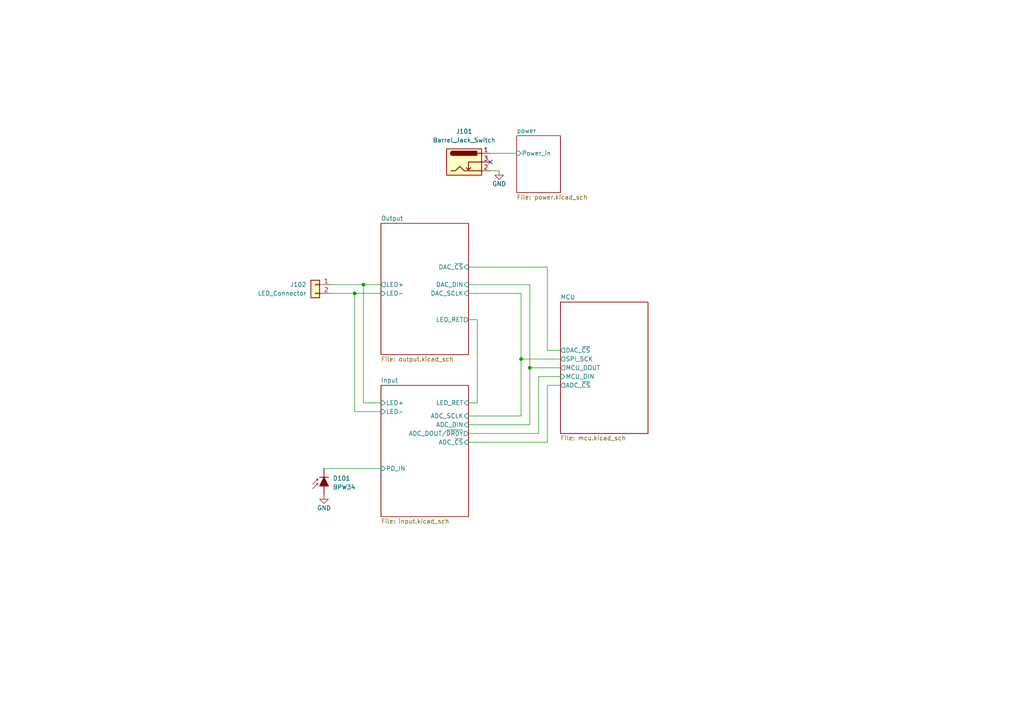
<source format=kicad_sch>
(kicad_sch (version 20211123) (generator eeschema)
  (paper "A4")
  (lib_symbols
    (symbol "Connector:Barrel_Jack_Switch" (pin_names hide)
      (property "Reference" "J" (at 0 5.334 0))
      (property "Value" "Barrel_Jack_Switch" (at 0 -5.08 0))
      (symbol "Barrel_Jack_Switch_0_1"
        (rectangle (start -5.08 3.81) (end 5.08 -3.81) (stroke (width 0.254)) (fill (type background)))
        (arc (start -3.302 3.175) (mid -3.937 2.54) (end -3.302 1.905) (stroke (width 0.254)))
        (arc (start -3.302 3.175) (mid -3.937 2.54) (end -3.302 1.905) (stroke (width 0.254)) (fill (type outline)))
        (polyline (pts (xy 1.27 -2.286) (xy 1.905 -1.651)) (stroke (width 0.254)))
        (polyline (pts (xy 5.08 2.54) (xy 3.81 2.54)) (stroke (width 0.254)))
        (polyline (pts (xy 5.08 0) (xy 1.27 0) (xy 1.27 -2.286) (xy 0.635 -1.651)) (stroke (width 0.254)))
        (polyline (pts (xy -3.81 -2.54) (xy -2.54 -2.54) (xy -1.27 -1.27) (xy 0 -2.54) (xy 2.54 -2.54) (xy 5.08 -2.54)) (stroke (width 0.254)))
        (rectangle (start 3.683 3.175) (end -3.302 1.905) (stroke (width 0.254)) (fill (type outline)))
      )
      (symbol "Barrel_Jack_Switch_1_1"
        (pin passive line (at 7.62 2.54 180) (length 2.54) (name "~") (number "1"))
        (pin passive line (at 7.62 -2.54 180) (length 2.54) (name "~") (number "2"))
        (pin passive line (at 7.62 0 180) (length 2.54) (name "~") (number "3"))
      )
    )
    (symbol "Connector_Generic:Conn_01x02" (pin_names (offset 1.016) hide)
      (property "Reference" "J" (at 0 2.54 0))
      (property "Value" "Conn_01x02" (at 0 -5.08 0))
      (symbol "Conn_01x02_1_1"
        (rectangle (start -1.27 -2.413) (end 0 -2.667) (stroke (width 0.1524)))
        (rectangle (start -1.27 0.127) (end 0 -0.127) (stroke (width 0.1524)))
        (rectangle (start -1.27 1.27) (end 1.27 -3.81) (stroke (width 0.254)) (fill (type background)))
        (pin passive line (at -5.08 0 0) (length 3.81) (name "Pin_1") (number "1"))
        (pin passive line (at -5.08 -2.54 0) (length 3.81) (name "Pin_2") (number "2"))
      )
    )
    (symbol "Device:D_Photo_Filled" (pin_numbers hide) (pin_names hide)
      (property "Reference" "D" (at 0.508 1.778 0))
      (property "Value" "D_Photo_Filled" (at -1.016 -2.794 0))
      (symbol "D_Photo_Filled_0_1"
        (polyline (pts (xy -2.54 1.27) (xy -2.54 -1.27)) (stroke (width 0.254)))
        (polyline (pts (xy -2.032 1.778) (xy -1.524 1.778)))
        (polyline (pts (xy 0 0) (xy -2.54 0)))
        (polyline (pts (xy -0.508 3.302) (xy -2.032 1.778) (xy -2.032 2.286)))
        (polyline (pts (xy 0 -1.27) (xy 0 1.27) (xy -2.54 0) (xy 0 -1.27)) (stroke (width 0.254)) (fill (type outline)))
        (polyline (pts (xy 0.762 3.302) (xy -0.762 1.778) (xy -0.762 2.286) (xy -0.762 1.778) (xy -0.254 1.778)))
      )
      (symbol "D_Photo_Filled_1_1"
        (pin passive line (at -5.08 0 0) (length 2.54) (name "K") (number "1"))
        (pin passive line (at 2.54 0 180) (length 2.54) (name "A") (number "2"))
      )
    )
    (symbol "power:GND" (power) (pin_names (offset 0))
      (property "Value" "GND" (at 0 -3.81 0))
      (symbol "GND_0_1"
        (polyline (pts (xy 0 0) (xy 0 -1.27) (xy 1.27 -1.27) (xy 0 -2.54) (xy -1.27 -1.27) (xy 0 -1.27)))
      )
      (symbol "GND_1_1"
        (pin power_in line (at 0 0 270) (length 0) hide (name "GND") (number "1"))
      )
    )
  )
  (junction (at 151.13 104.14))
  (junction (at 105.41 82.55))
  (junction (at 153.67 106.68))
  (junction (at 102.87 85.09))
  (no_connect (at 142.24 46.99))
  (wire (pts (xy 153.67 123.19) (xy 153.67 106.68)))
  (wire (pts (xy 142.24 44.45) (xy 149.86 44.45)))
  (wire (pts (xy 135.89 77.47) (xy 158.75 77.47)))
  (wire (pts (xy 158.75 111.76) (xy 158.75 128.27)))
  (wire (pts (xy 93.98 135.89) (xy 110.49 135.89)))
  (wire (pts (xy 153.67 82.55) (xy 153.67 106.68)))
  (wire (pts (xy 158.75 77.47) (xy 158.75 101.6)))
  (wire (pts (xy 96.52 85.09) (xy 102.87 85.09)))
  (wire (pts (xy 151.13 120.65) (xy 151.13 104.14)))
  (wire (pts (xy 151.13 104.14) (xy 162.56 104.14)))
  (wire (pts (xy 105.41 82.55) (xy 110.49 82.55)))
  (wire (pts (xy 110.49 119.38) (xy 102.87 119.38)))
  (wire (pts (xy 156.21 109.22) (xy 162.56 109.22)))
  (wire (pts (xy 135.89 85.09) (xy 151.13 85.09)))
  (wire (pts (xy 135.89 128.27) (xy 158.75 128.27)))
  (wire (pts (xy 151.13 85.09) (xy 151.13 104.14)))
  (wire (pts (xy 102.87 85.09) (xy 110.49 85.09)))
  (wire (pts (xy 96.52 82.55) (xy 105.41 82.55)))
  (wire (pts (xy 158.75 101.6) (xy 162.56 101.6)))
  (wire (pts (xy 138.43 116.84) (xy 135.89 116.84)))
  (wire (pts (xy 110.49 116.84) (xy 105.41 116.84)))
  (wire (pts (xy 135.89 120.65) (xy 151.13 120.65)))
  (wire (pts (xy 153.67 106.68) (xy 162.56 106.68)))
  (wire (pts (xy 138.43 92.71) (xy 138.43 116.84)))
  (wire (pts (xy 135.89 123.19) (xy 153.67 123.19)))
  (wire (pts (xy 144.78 49.53) (xy 142.24 49.53)))
  (wire (pts (xy 135.89 82.55) (xy 153.67 82.55)))
  (wire (pts (xy 102.87 85.09) (xy 102.87 119.38)))
  (wire (pts (xy 135.89 92.71) (xy 138.43 92.71)))
  (wire (pts (xy 105.41 116.84) (xy 105.41 82.55)))
  (wire (pts (xy 156.21 125.73) (xy 156.21 109.22)))
  (wire (pts (xy 158.75 111.76) (xy 162.56 111.76)))
  (wire (pts (xy 135.89 125.73) (xy 156.21 125.73)))
  (symbol (lib_id "Connector_Generic:Conn_01x02") (at 91.44 82.55 0) (mirror y) (unit 1)
    (property "Reference" "J102" (at 88.9 82.5499 0) (effects (justify left)))
    (property "Value" "LED_Connector" (at 88.9 85.0899 0) (effects (justify left)))
    (property "Footprint" "Connector_Molex:Molex_PicoBlade_53261-0471_1x04-1MP_P1.25mm_Horizontal" (effects hide))
  )
  (symbol (lib_id "Device:D_Photo_Filled") (at 93.98 140.97 90) (mirror x) (unit 1)
    (property "Reference" "D101" (at 96.52 138.7474 90) (effects (justify right)))
    (property "Value" "BPW34" (at 96.52 141.2874 90) (effects (justify right)))
    (property "Footprint" "OptoDevice:Osram_DIL2_4.3x4.65mm_P5.08mm" (effects hide))
  )
  (symbol (lib_id "power:GND") (at 144.78 49.53 0) (unit 1)
    (property "Reference" "#PWR0101" (effects hide))
    (property "Value" "GND" (at 144.78 53.34 0))
  )
  (symbol (lib_id "Connector:Barrel_Jack_Switch") (at 134.62 46.99 0) (unit 1)
    (property "Reference" "J101" (at 134.62 38.1 0))
    (property "Value" "Barrel_Jack_Switch" (at 134.62 40.64 0))
    (property "Footprint" "Seppl_Connector_BarrelJack:BarrelJack_Lumberg_161321" (effects hide))
  )
  (symbol (lib_id "power:GND") (at 93.98 143.51 0) (unit 1)
    (property "Reference" "#PWR0102" (effects hide))
    (property "Value" "GND" (at 93.98 147.32 0))
  )
  (sheet (at 110.49 64.77) (size 25.4 38.1) (stroke (width 0.1524))
    (property "Sheet name" "Output" (at 110.49 64.0584 0) (effects (justify left bottom)))
    (property "Sheet file" "output.kicad_sch" (at 110.49 103.4546 0) (effects (justify left top)))
    (pin "DAC_DIN" input (at 135.89 82.55 0))
    (pin "DAC_~{CS}" input (at 135.89 77.47 0))
    (pin "DAC_SCLK" input (at 135.89 85.09 0))
    (pin "LED_RET" output (at 135.89 92.71 0))
    (pin "LED+" output (at 110.49 82.55 180))
    (pin "LED-" input (at 110.49 85.09 180))
  )
  (sheet (at 110.49 111.76) (size 25.4 38.1) (stroke (width 0.1524))
    (property "Sheet name" "Input" (at 110.49 111.0484 0) (effects (justify left bottom)))
    (property "Sheet file" "input.kicad_sch" (at 110.49 150.4446 0) (effects (justify left top)))
    (pin "ADC_~{CS}" input (at 135.89 128.27 0))
    (pin "ADC_DOUT{slash}~{DRDY}" output (at 135.89 125.73 0))
    (pin "ADC_DIN" input (at 135.89 123.19 0))
    (pin "ADC_SCLK" input (at 135.89 120.65 0))
    (pin "LED_RET" input (at 135.89 116.84 0))
    (pin "PD_IN" input (at 110.49 135.89 180))
    (pin "LED+" input (at 110.49 116.84 180))
    (pin "LED-" input (at 110.49 119.38 180))
  )
  (sheet (at 149.86 39.37) (size 12.7 16.51) (stroke (width 0.1524))
    (property "Sheet name" "power" (at 149.86 38.6584 0) (effects (justify left bottom)))
    (property "Sheet file" "power.kicad_sch" (at 149.86 56.4646 0) (effects (justify left top)))
    (pin "Power_in" input (at 149.86 44.45 180))
  )
  (sheet (at 162.56 87.63) (size 25.4 38.1) (stroke (width 0.1524))
    (property "Sheet name" "MCU" (at 162.56 86.9184 0) (effects (justify left bottom)))
    (property "Sheet file" "mcu.kicad_sch" (at 162.56 126.3146 0) (effects (justify left top)))
    (pin "ADC_~{CS}" output (at 162.56 111.76 180))
    (pin "MCU_DOUT" output (at 162.56 106.68 180))
    (pin "MCU_DIN" input (at 162.56 109.22 180))
    (pin "DAC_~{CS}" output (at 162.56 101.6 180))
    (pin "SPI_SCK" output (at 162.56 104.14 180))
  )
)
</source>
